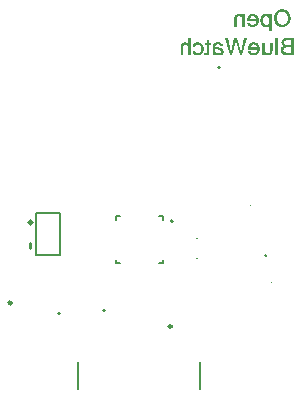
<source format=gbo>
G04*
G04 #@! TF.GenerationSoftware,Altium Limited,Altium Designer,24.9.1 (31)*
G04*
G04 Layer_Color=32896*
%FSLAX44Y44*%
%MOMM*%
G71*
G04*
G04 #@! TF.SameCoordinates,7AD2B3B8-D285-4593-8982-C88D0E3F9F4F*
G04*
G04*
G04 #@! TF.FilePolarity,Positive*
G04*
G01*
G75*
%ADD10C,0.2000*%
%ADD11C,0.1000*%
%ADD12C,0.1500*%
%ADD13C,0.2500*%
%ADD14C,0.2540*%
%ADD134C,0.1270*%
%ADD159C,0.1800*%
G36*
X197509Y313924D02*
X195252D01*
Y321438D01*
X195018Y321715D01*
X194763Y321927D01*
X194529Y322140D01*
X194295Y322310D01*
X194082Y322459D01*
X193869Y322587D01*
X193656Y322672D01*
X193465Y322757D01*
X193124Y322864D01*
X192996Y322906D01*
X192868Y322928D01*
X192783Y322949D01*
X192656D01*
X192336Y322928D01*
X192060Y322864D01*
X191826Y322800D01*
X191655Y322715D01*
X191506Y322608D01*
X191421Y322545D01*
X191357Y322481D01*
X191336Y322459D01*
X191208Y322247D01*
X191102Y321991D01*
X191038Y321715D01*
X190974Y321438D01*
X190953Y321204D01*
X190931Y320991D01*
Y320906D01*
Y320842D01*
Y320821D01*
Y320799D01*
Y313924D01*
X188675D01*
Y320863D01*
Y321225D01*
X188718Y321566D01*
X188761Y321885D01*
X188824Y322183D01*
X189016Y322715D01*
X189250Y323183D01*
X189527Y323566D01*
X189846Y323886D01*
X190187Y324162D01*
X190527Y324375D01*
X190868Y324524D01*
X191208Y324652D01*
X191528Y324737D01*
X191804Y324801D01*
X192038Y324843D01*
X192209Y324865D01*
X192379D01*
X192698Y324843D01*
X193018Y324801D01*
X193316Y324716D01*
X193592Y324631D01*
X194082Y324375D01*
X194486Y324098D01*
X194678Y323949D01*
X194827Y323822D01*
X194954Y323694D01*
X195061Y323566D01*
X195146Y323481D01*
X195210Y323396D01*
X195231Y323354D01*
X195252Y323332D01*
Y328568D01*
X197509D01*
Y313924D01*
D02*
G37*
G36*
X221093Y324822D02*
X221455Y324780D01*
X221774Y324716D01*
X222093Y324631D01*
X222391Y324546D01*
X222902Y324311D01*
X223349Y324035D01*
X223732Y323737D01*
X224051Y323417D01*
X224307Y323077D01*
X224498Y322736D01*
X224669Y322417D01*
X224775Y322119D01*
X224860Y321842D01*
X224924Y321629D01*
X224945Y321438D01*
X224967Y321331D01*
Y321289D01*
X222710D01*
X222668Y321587D01*
X222583Y321864D01*
X222476Y322098D01*
X222327Y322289D01*
X222136Y322459D01*
X221944Y322608D01*
X221731Y322715D01*
X221518Y322821D01*
X221114Y322949D01*
X220922Y322992D01*
X220752Y323013D01*
X220603D01*
X220497Y323034D01*
X220390D01*
X220007Y323013D01*
X219667Y322992D01*
X219411Y322949D01*
X219177Y322885D01*
X219028Y322821D01*
X218900Y322779D01*
X218836Y322757D01*
X218815Y322736D01*
X218645Y322630D01*
X218517Y322502D01*
X218432Y322374D01*
X218347Y322247D01*
X218304Y322140D01*
X218262Y322076D01*
X218241Y322012D01*
Y321991D01*
X218198Y321800D01*
X218177Y321587D01*
X218155Y321161D01*
X218134Y320970D01*
Y320821D01*
Y320714D01*
Y320672D01*
X219390D01*
X219943Y320629D01*
X220454Y320586D01*
X220944Y320501D01*
X221391Y320416D01*
X221795Y320331D01*
X222178Y320203D01*
X222540Y320076D01*
X222859Y319948D01*
X223179Y319799D01*
X223434Y319629D01*
X223689Y319458D01*
X223924Y319288D01*
X224115Y319118D01*
X224456Y318777D01*
X224732Y318415D01*
X224924Y318075D01*
X225073Y317756D01*
X225158Y317458D01*
X225222Y317223D01*
X225243Y317032D01*
X225265Y316904D01*
Y316883D01*
Y316861D01*
X225243Y316606D01*
X225222Y316351D01*
X225094Y315904D01*
X224924Y315499D01*
X224732Y315180D01*
X224541Y314925D01*
X224392Y314712D01*
X224264Y314605D01*
X224243Y314584D01*
X224222Y314563D01*
X223796Y314265D01*
X223349Y314052D01*
X222902Y313903D01*
X222476Y313796D01*
X222114Y313733D01*
X221944Y313711D01*
X221816D01*
X221689Y313690D01*
X221540D01*
X221114Y313711D01*
X220731Y313754D01*
X220369Y313818D01*
X220028Y313882D01*
X219730Y313988D01*
X219454Y314094D01*
X219198Y314201D01*
X218964Y314329D01*
X218773Y314456D01*
X218602Y314563D01*
X218453Y314669D01*
X218347Y314776D01*
X218241Y314839D01*
X218177Y314903D01*
X218155Y314946D01*
X218134Y314967D01*
Y313924D01*
X215878D01*
Y320799D01*
X215899Y321225D01*
X215920Y321629D01*
X215984Y321991D01*
X216069Y322310D01*
X216154Y322608D01*
X216261Y322864D01*
X216367Y323098D01*
X216474Y323311D01*
X216580Y323481D01*
X216687Y323630D01*
X216793Y323758D01*
X216878Y323843D01*
X216963Y323928D01*
X217027Y323971D01*
X217048Y324013D01*
X217070D01*
X217538Y324290D01*
X218070Y324503D01*
X218602Y324652D01*
X219134Y324758D01*
X219369Y324801D01*
X219581Y324822D01*
X219794Y324843D01*
X219965D01*
X220114Y324865D01*
X220709D01*
X221093Y324822D01*
D02*
G37*
G36*
X240973Y313924D02*
X238845D01*
X235567Y326291D01*
X232310Y313924D01*
X230182D01*
X226180Y328568D01*
X228564D01*
X231246Y316989D01*
X234268Y328568D01*
X236865D01*
X239909Y316989D01*
X242591Y328568D01*
X244953D01*
X240973Y313924D01*
D02*
G37*
G36*
X213089Y324631D02*
X214367D01*
Y322779D01*
X213089D01*
Y317138D01*
Y316734D01*
X213068Y316393D01*
X213047Y316095D01*
X213026Y315840D01*
X213004Y315627D01*
X212983Y315478D01*
X212962Y315393D01*
Y315350D01*
X212877Y315116D01*
X212791Y314882D01*
X212664Y314690D01*
X212536Y314541D01*
X212430Y314392D01*
X212323Y314307D01*
X212259Y314243D01*
X212238Y314222D01*
X211983Y314073D01*
X211706Y313967D01*
X211408Y313903D01*
X211110Y313860D01*
X210854Y313818D01*
X210642Y313796D01*
X210450D01*
X209897Y313818D01*
X209641Y313839D01*
X209407Y313860D01*
X209216Y313881D01*
X209045Y313903D01*
X208960Y313924D01*
X208918D01*
Y315712D01*
X209152Y315669D01*
X209386Y315648D01*
X209577Y315627D01*
X209726D01*
X209875Y315606D01*
X210046D01*
X210280Y315648D01*
X210471Y315712D01*
X210578Y315776D01*
X210620Y315819D01*
X210684Y315946D01*
X210748Y316117D01*
X210791Y316308D01*
X210812Y316521D01*
Y316734D01*
X210833Y316904D01*
Y317010D01*
Y317053D01*
Y322779D01*
X209152D01*
Y324631D01*
X210833D01*
Y327185D01*
X213089Y327185D01*
Y324631D01*
D02*
G37*
G36*
X266537Y317692D02*
X266515Y317330D01*
X266494Y316989D01*
X266451Y316670D01*
X266366Y316372D01*
X266196Y315840D01*
X265962Y315371D01*
X265685Y314988D01*
X265366Y314669D01*
X265025Y314392D01*
X264685Y314201D01*
X264344Y314031D01*
X264004Y313903D01*
X263684Y313818D01*
X263408Y313754D01*
X263174Y313711D01*
X262982Y313690D01*
X262833D01*
X262492Y313711D01*
X262194Y313754D01*
X261896Y313839D01*
X261620Y313924D01*
X261130Y314180D01*
X260726Y314456D01*
X260534Y314605D01*
X260385Y314733D01*
X260257Y314861D01*
X260151Y314988D01*
X260066Y315074D01*
X260002Y315159D01*
X259981Y315201D01*
X259959Y315222D01*
Y313924D01*
X257703D01*
Y324631D01*
X259959D01*
Y317117D01*
X260172Y316840D01*
X260406Y316606D01*
X260641Y316415D01*
X260853Y316223D01*
X261088Y316074D01*
X261300Y315968D01*
X261492Y315861D01*
X261705Y315776D01*
X262045Y315669D01*
X262194Y315627D01*
X262322Y315606D01*
X262407D01*
X262492Y315584D01*
X262556D01*
X262875Y315606D01*
X263152Y315669D01*
X263386Y315733D01*
X263578Y315840D01*
X263727Y315925D01*
X263812Y315989D01*
X263876Y316053D01*
X263897Y316074D01*
X264025Y316287D01*
X264110Y316542D01*
X264195Y316819D01*
X264238Y317117D01*
X264259Y317372D01*
X264280Y317585D01*
Y317670D01*
Y317734D01*
Y317756D01*
Y317777D01*
Y324631D01*
X266537D01*
Y317692D01*
D02*
G37*
G36*
X251190Y324843D02*
X251594Y324801D01*
X251956Y324716D01*
X252318Y324631D01*
X252637Y324524D01*
X252935Y324397D01*
X253212Y324248D01*
X253468Y324120D01*
X253680Y323971D01*
X253872Y323822D01*
X254042Y323694D01*
X254191Y323588D01*
X254298Y323503D01*
X254383Y323417D01*
X254425Y323375D01*
X254447Y323354D01*
X254681Y323055D01*
X254894Y322757D01*
X255085Y322417D01*
X255255Y322098D01*
X255383Y321736D01*
X255490Y321417D01*
X255660Y320757D01*
X255724Y320459D01*
X255766Y320161D01*
X255788Y319905D01*
X255809Y319692D01*
X255830Y319522D01*
Y319373D01*
Y319288D01*
Y319267D01*
X255809Y318798D01*
X255766Y318330D01*
X255702Y317926D01*
X255596Y317521D01*
X255490Y317160D01*
X255362Y316819D01*
X255234Y316500D01*
X255106Y316223D01*
X254979Y315989D01*
X254830Y315776D01*
X254723Y315584D01*
X254617Y315435D01*
X254510Y315308D01*
X254447Y315222D01*
X254404Y315180D01*
X254383Y315159D01*
X254106Y314903D01*
X253808Y314669D01*
X253489Y314478D01*
X253169Y314307D01*
X252850Y314158D01*
X252531Y314052D01*
X252233Y313945D01*
X251935Y313882D01*
X251658Y313818D01*
X251403Y313775D01*
X251169Y313733D01*
X250956Y313711D01*
X250807Y313690D01*
X250573D01*
X249913Y313733D01*
X249317Y313839D01*
X248785Y313967D01*
X248529Y314052D01*
X248316Y314137D01*
X248125Y314222D01*
X247955Y314307D01*
X247806Y314371D01*
X247678Y314435D01*
X247572Y314499D01*
X247508Y314541D01*
X247465Y314584D01*
X247444D01*
X247210Y314776D01*
X246997Y314967D01*
X246826Y315180D01*
X246656Y315414D01*
X246380Y315882D01*
X246188Y316329D01*
X246060Y316755D01*
X245996Y316925D01*
X245975Y317074D01*
X245933Y317223D01*
Y317309D01*
X245911Y317372D01*
Y317394D01*
X248231D01*
X248274Y317053D01*
X248359Y316755D01*
X248487Y316521D01*
X248614Y316308D01*
X248742Y316159D01*
X248870Y316053D01*
X248955Y315989D01*
X248976Y315968D01*
X249253Y315819D01*
X249530Y315712D01*
X249785Y315627D01*
X250040Y315584D01*
X250253Y315542D01*
X250424Y315520D01*
X250573D01*
X250998Y315563D01*
X251381Y315648D01*
X251722Y315776D01*
X252020Y315925D01*
X252254Y316074D01*
X252425Y316202D01*
X252531Y316287D01*
X252574Y316329D01*
X252850Y316670D01*
X253063Y317032D01*
X253212Y317415D01*
X253340Y317777D01*
X253404Y318117D01*
X253446Y318266D01*
X253468Y318394D01*
Y318479D01*
X253489Y318564D01*
Y318607D01*
Y318628D01*
X245720D01*
Y319267D01*
X245741Y319756D01*
X245784Y320203D01*
X245847Y320629D01*
X245933Y321033D01*
X246039Y321395D01*
X246167Y321736D01*
X246273Y322055D01*
X246401Y322332D01*
X246550Y322566D01*
X246656Y322800D01*
X246784Y322970D01*
X246890Y323119D01*
X246975Y323247D01*
X247039Y323332D01*
X247082Y323375D01*
X247103Y323396D01*
X247380Y323652D01*
X247657Y323886D01*
X247955Y324077D01*
X248253Y324248D01*
X248572Y324397D01*
X248870Y324503D01*
X249168Y324609D01*
X249466Y324673D01*
X249743Y324737D01*
X249977Y324780D01*
X250211Y324822D01*
X250402Y324843D01*
X250573Y324865D01*
X250786D01*
X251190Y324843D01*
D02*
G37*
G36*
X203724Y324843D02*
X204107Y324801D01*
X204490Y324737D01*
X204831Y324631D01*
X205150Y324524D01*
X205448Y324396D01*
X205725Y324269D01*
X205980Y324141D01*
X206214Y323992D01*
X206406Y323864D01*
X206576Y323737D01*
X206704Y323630D01*
X206810Y323524D01*
X206895Y323460D01*
X206938Y323417D01*
X206959Y323396D01*
X207193Y323098D01*
X207406Y322800D01*
X207598Y322481D01*
X207768Y322140D01*
X207896Y321778D01*
X208002Y321438D01*
X208173Y320778D01*
X208236Y320480D01*
X208279Y320182D01*
X208300Y319926D01*
X208322Y319714D01*
X208343Y319522D01*
Y319394D01*
Y319288D01*
Y319267D01*
X208322Y318777D01*
X208279Y318330D01*
X208215Y317904D01*
X208130Y317521D01*
X208024Y317138D01*
X207896Y316798D01*
X207789Y316500D01*
X207640Y316223D01*
X207513Y315968D01*
X207406Y315755D01*
X207279Y315584D01*
X207172Y315435D01*
X207087Y315308D01*
X207023Y315222D01*
X206981Y315180D01*
X206959Y315159D01*
X206683Y314903D01*
X206406Y314669D01*
X206108Y314478D01*
X205810Y314307D01*
X205491Y314158D01*
X205193Y314052D01*
X204895Y313945D01*
X204618Y313881D01*
X204341Y313818D01*
X204086Y313775D01*
X203873Y313732D01*
X203681Y313711D01*
X203511Y313690D01*
X203298D01*
X202660Y313732D01*
X202085Y313839D01*
X201595Y313967D01*
X201148Y314137D01*
X200978Y314222D01*
X200808Y314307D01*
X200659Y314371D01*
X200553Y314435D01*
X200467Y314499D01*
X200403Y314541D01*
X200361Y314584D01*
X200340D01*
X200127Y314754D01*
X199935Y314967D01*
X199616Y315393D01*
X199361Y315861D01*
X199169Y316329D01*
X199041Y316734D01*
X198999Y316925D01*
X198977Y317074D01*
X198935Y317202D01*
Y317309D01*
X198913Y317372D01*
Y317394D01*
X201234D01*
X201276Y317053D01*
X201340Y316755D01*
X201446Y316500D01*
X201574Y316287D01*
X201681Y316138D01*
X201787Y316031D01*
X201851Y315968D01*
X201872Y315946D01*
X202106Y315797D01*
X202340Y315691D01*
X202575Y315627D01*
X202809Y315584D01*
X203000Y315542D01*
X203149Y315520D01*
X203298D01*
X203511Y315542D01*
X203724Y315563D01*
X204107Y315669D01*
X204448Y315819D01*
X204724Y315989D01*
X204958Y316138D01*
X205107Y316287D01*
X205214Y316393D01*
X205257Y316436D01*
X205384Y316627D01*
X205512Y316819D01*
X205704Y317266D01*
X205831Y317734D01*
X205916Y318202D01*
X205980Y318628D01*
X206001Y318798D01*
Y318947D01*
X206023Y319096D01*
Y319182D01*
Y319245D01*
Y319267D01*
Y319607D01*
X205980Y319948D01*
X205959Y320246D01*
X205895Y320522D01*
X205853Y320778D01*
X205789Y321012D01*
X205725Y321225D01*
X205640Y321395D01*
X205576Y321566D01*
X205512Y321715D01*
X205448Y321821D01*
X205384Y321927D01*
X205342Y321991D01*
X205299Y322055D01*
X205278Y322098D01*
X205129Y322268D01*
X204980Y322417D01*
X204639Y322630D01*
X204320Y322800D01*
X204001Y322928D01*
X203724Y322992D01*
X203490Y323013D01*
X203405Y323034D01*
X203298D01*
X203000Y323013D01*
X202702Y322970D01*
X202468Y322885D01*
X202255Y322821D01*
X202085Y322736D01*
X201957Y322651D01*
X201872Y322608D01*
X201851Y322587D01*
X201659Y322396D01*
X201489Y322183D01*
X201383Y321949D01*
X201297Y321715D01*
X201255Y321480D01*
X201234Y321310D01*
X201212Y321182D01*
Y321161D01*
Y321140D01*
X198913D01*
X198956Y321480D01*
X199041Y321821D01*
X199126Y322119D01*
X199233Y322396D01*
X199339Y322651D01*
X199467Y322864D01*
X199573Y323077D01*
X199701Y323268D01*
X199829Y323417D01*
X199935Y323566D01*
X200042Y323694D01*
X200148Y323779D01*
X200233Y323864D01*
X200276Y323907D01*
X200318Y323949D01*
X200340D01*
X200574Y324120D01*
X200808Y324247D01*
X201297Y324482D01*
X201808Y324652D01*
X202255Y324758D01*
X202681Y324822D01*
X202851Y324843D01*
X203000D01*
X203128Y324865D01*
X203298D01*
X203724Y324843D01*
D02*
G37*
G36*
X284480Y313924D02*
X278925D01*
X278435Y313945D01*
X277988Y313967D01*
X277562Y314031D01*
X277158Y314094D01*
X276796Y314180D01*
X276455Y314265D01*
X276157Y314371D01*
X275881Y314478D01*
X275647Y314584D01*
X275434Y314690D01*
X275242Y314776D01*
X275093Y314861D01*
X274987Y314925D01*
X274902Y314988D01*
X274859Y315010D01*
X274838Y315031D01*
X274582Y315244D01*
X274370Y315499D01*
X274157Y315755D01*
X274008Y316010D01*
X273859Y316287D01*
X273752Y316542D01*
X273561Y317074D01*
X273518Y317309D01*
X273476Y317543D01*
X273433Y317734D01*
X273412Y317926D01*
X273390Y318075D01*
Y318181D01*
Y318245D01*
Y318266D01*
X273412Y318713D01*
X273497Y319139D01*
X273624Y319522D01*
X273752Y319863D01*
X273901Y320118D01*
X274008Y320331D01*
X274093Y320459D01*
X274135Y320501D01*
X274433Y320842D01*
X274753Y321119D01*
X275093Y321331D01*
X275413Y321502D01*
X275689Y321608D01*
X275923Y321693D01*
X276008Y321715D01*
X276072D01*
X276115Y321736D01*
X276136D01*
X275774Y321906D01*
X275455Y322098D01*
X275178Y322310D01*
X274944Y322545D01*
X274753Y322800D01*
X274582Y323034D01*
X274455Y323290D01*
X274348Y323545D01*
X274263Y323779D01*
X274199Y323992D01*
X274157Y324205D01*
X274114Y324375D01*
Y324524D01*
X274093Y324652D01*
Y324716D01*
Y324737D01*
X274114Y325056D01*
X274157Y325376D01*
X274221Y325652D01*
X274306Y325929D01*
X274540Y326418D01*
X274774Y326823D01*
X274923Y326972D01*
X275029Y327121D01*
X275157Y327249D01*
X275264Y327355D01*
X275349Y327440D01*
X275413Y327504D01*
X275455Y327525D01*
X275476Y327547D01*
X275732Y327717D01*
X276030Y327887D01*
X276626Y328143D01*
X277243Y328313D01*
X277839Y328441D01*
X278116Y328483D01*
X278371Y328526D01*
X278605Y328547D01*
X278797D01*
X278946Y328568D01*
X284480D01*
Y313924D01*
D02*
G37*
G36*
X271155D02*
X268899D01*
Y328568D01*
X271155D01*
Y313924D01*
D02*
G37*
G36*
X250395Y348888D02*
X250800Y348846D01*
X251162Y348761D01*
X251523Y348675D01*
X251843Y348569D01*
X252141Y348441D01*
X252417Y348292D01*
X252673Y348165D01*
X252886Y348016D01*
X253077Y347867D01*
X253248Y347739D01*
X253396Y347632D01*
X253503Y347547D01*
X253588Y347462D01*
X253631Y347420D01*
X253652Y347398D01*
X253886Y347100D01*
X254099Y346802D01*
X254291Y346462D01*
X254461Y346143D01*
X254589Y345781D01*
X254695Y345461D01*
X254865Y344802D01*
X254929Y344504D01*
X254972Y344206D01*
X254993Y343950D01*
X255014Y343737D01*
X255035Y343567D01*
Y343418D01*
Y343333D01*
Y343312D01*
X255014Y342843D01*
X254972Y342375D01*
X254908Y341971D01*
X254801Y341566D01*
X254695Y341204D01*
X254567Y340864D01*
X254440Y340545D01*
X254312Y340268D01*
X254184Y340034D01*
X254035Y339821D01*
X253929Y339629D01*
X253822Y339480D01*
X253716Y339353D01*
X253652Y339267D01*
X253609Y339225D01*
X253588Y339204D01*
X253311Y338948D01*
X253013Y338714D01*
X252694Y338522D01*
X252375Y338352D01*
X252056Y338203D01*
X251736Y338097D01*
X251438Y337990D01*
X251140Y337926D01*
X250864Y337863D01*
X250608Y337820D01*
X250374Y337777D01*
X250161Y337756D01*
X250012Y337735D01*
X249778D01*
X249118Y337777D01*
X248522Y337884D01*
X247990Y338012D01*
X247735Y338097D01*
X247522Y338182D01*
X247330Y338267D01*
X247160Y338352D01*
X247011Y338416D01*
X246883Y338480D01*
X246777Y338544D01*
X246713Y338586D01*
X246670Y338629D01*
X246649D01*
X246415Y338820D01*
X246202Y339012D01*
X246032Y339225D01*
X245862Y339459D01*
X245585Y339927D01*
X245393Y340374D01*
X245266Y340800D01*
X245202Y340970D01*
X245180Y341119D01*
X245138Y341268D01*
Y341353D01*
X245117Y341417D01*
Y341438D01*
X247437D01*
X247479Y341098D01*
X247564Y340800D01*
X247692Y340566D01*
X247820Y340353D01*
X247948Y340204D01*
X248075Y340098D01*
X248160Y340034D01*
X248182Y340012D01*
X248458Y339863D01*
X248735Y339757D01*
X248990Y339672D01*
X249246Y339629D01*
X249459Y339587D01*
X249629Y339565D01*
X249778D01*
X250204Y339608D01*
X250587Y339693D01*
X250928Y339821D01*
X251225Y339970D01*
X251460Y340119D01*
X251630Y340247D01*
X251736Y340332D01*
X251779Y340374D01*
X252056Y340715D01*
X252268Y341077D01*
X252417Y341460D01*
X252545Y341822D01*
X252609Y342162D01*
X252652Y342311D01*
X252673Y342439D01*
Y342524D01*
X252694Y342609D01*
Y342652D01*
Y342673D01*
X244925D01*
Y343312D01*
X244946Y343801D01*
X244989Y344248D01*
X245053Y344674D01*
X245138Y345078D01*
X245244Y345440D01*
X245372Y345781D01*
X245478Y346100D01*
X245606Y346377D01*
X245755Y346611D01*
X245862Y346845D01*
X245989Y347015D01*
X246096Y347164D01*
X246181Y347292D01*
X246245Y347377D01*
X246287Y347420D01*
X246309Y347441D01*
X246585Y347696D01*
X246862Y347930D01*
X247160Y348122D01*
X247458Y348292D01*
X247777Y348441D01*
X248075Y348548D01*
X248373Y348654D01*
X248671Y348718D01*
X248948Y348782D01*
X249182Y348825D01*
X249416Y348867D01*
X249608Y348888D01*
X249778Y348910D01*
X249991D01*
X250395Y348888D01*
D02*
G37*
G36*
X238242D02*
X238561Y348846D01*
X238859Y348761D01*
X239135Y348675D01*
X239625Y348420D01*
X240029Y348143D01*
X240221Y347994D01*
X240370Y347867D01*
X240498Y347739D01*
X240604Y347611D01*
X240689Y347526D01*
X240753Y347441D01*
X240774Y347398D01*
X240796Y347377D01*
Y348675D01*
X243052D01*
Y337969D01*
X240796D01*
Y345483D01*
X240562Y345759D01*
X240306Y345972D01*
X240072Y346185D01*
X239838Y346355D01*
X239625Y346504D01*
X239412Y346632D01*
X239199Y346717D01*
X239008Y346802D01*
X238667Y346909D01*
X238540Y346951D01*
X238412Y346973D01*
X238327Y346994D01*
X238199D01*
X237880Y346973D01*
X237603Y346909D01*
X237369Y346845D01*
X237199Y346760D01*
X237050Y346653D01*
X236964Y346590D01*
X236901Y346526D01*
X236879Y346504D01*
X236751Y346292D01*
X236645Y346036D01*
X236581Y345759D01*
X236517Y345483D01*
X236496Y345249D01*
X236475Y345036D01*
Y344951D01*
Y344887D01*
Y344865D01*
Y344844D01*
Y337969D01*
X234219D01*
Y344908D01*
Y345270D01*
X234261Y345610D01*
X234304Y345930D01*
X234368Y346228D01*
X234559Y346760D01*
X234793Y347228D01*
X235070Y347611D01*
X235389Y347930D01*
X235730Y348207D01*
X236070Y348420D01*
X236411Y348569D01*
X236751Y348697D01*
X237071Y348782D01*
X237348Y348846D01*
X237582Y348888D01*
X237752Y348910D01*
X237922D01*
X238242Y348888D01*
D02*
G37*
G36*
X275469Y352826D02*
X276001Y352762D01*
X276512Y352656D01*
X276980Y352528D01*
X277428Y352358D01*
X277853Y352188D01*
X278236Y351996D01*
X278577Y351804D01*
X278896Y351613D01*
X279173Y351421D01*
X279407Y351251D01*
X279599Y351081D01*
X279748Y350953D01*
X279875Y350847D01*
X279939Y350783D01*
X279960Y350761D01*
X280301Y350357D01*
X280620Y349931D01*
X280876Y349484D01*
X281110Y349037D01*
X281301Y348569D01*
X281450Y348122D01*
X281578Y347675D01*
X281685Y347249D01*
X281770Y346845D01*
X281834Y346483D01*
X281876Y346143D01*
X281919Y345866D01*
Y345610D01*
X281940Y345440D01*
Y345334D01*
Y345291D01*
X281919Y344674D01*
X281855Y344078D01*
X281748Y343525D01*
X281621Y342992D01*
X281472Y342503D01*
X281323Y342056D01*
X281131Y341651D01*
X280940Y341268D01*
X280769Y340928D01*
X280578Y340630D01*
X280429Y340396D01*
X280259Y340183D01*
X280152Y340012D01*
X280046Y339906D01*
X279982Y339821D01*
X279960Y339800D01*
X279577Y339438D01*
X279173Y339118D01*
X278747Y338842D01*
X278343Y338608D01*
X277917Y338416D01*
X277491Y338246D01*
X277087Y338097D01*
X276683Y337990D01*
X276321Y337905D01*
X275980Y337841D01*
X275661Y337799D01*
X275405Y337777D01*
X275193Y337756D01*
X275022Y337735D01*
X274895D01*
X274320Y337756D01*
X273788Y337820D01*
X273277Y337926D01*
X272809Y338054D01*
X272362Y338224D01*
X271936Y338395D01*
X271553Y338565D01*
X271212Y338778D01*
X270914Y338969D01*
X270638Y339140D01*
X270403Y339331D01*
X270212Y339480D01*
X270042Y339608D01*
X269935Y339714D01*
X269871Y339778D01*
X269850Y339800D01*
X269509Y340204D01*
X269190Y340630D01*
X268935Y341077D01*
X268701Y341545D01*
X268509Y341992D01*
X268360Y342460D01*
X268232Y342907D01*
X268126Y343333D01*
X268041Y343737D01*
X267977Y344099D01*
X267934Y344440D01*
X267892Y344738D01*
Y344972D01*
X267871Y345142D01*
Y345249D01*
Y345291D01*
X267892Y345908D01*
X267956Y346504D01*
X268062Y347058D01*
X268169Y347569D01*
X268339Y348058D01*
X268488Y348505D01*
X268679Y348931D01*
X268850Y349293D01*
X269041Y349633D01*
X269233Y349931D01*
X269382Y350165D01*
X269531Y350378D01*
X269658Y350549D01*
X269765Y350676D01*
X269829Y350740D01*
X269850Y350761D01*
X270233Y351123D01*
X270638Y351443D01*
X271042Y351719D01*
X271468Y351975D01*
X271893Y352166D01*
X272298Y352337D01*
X272724Y352486D01*
X273107Y352592D01*
X273468Y352677D01*
X273809Y352741D01*
X274128Y352784D01*
X274384Y352826D01*
X274597D01*
X274767Y352847D01*
X274895D01*
X275469Y352826D01*
D02*
G37*
G36*
X261038Y348888D02*
X261336Y348846D01*
X261634Y348782D01*
X261889Y348675D01*
X262145Y348569D01*
X262379Y348463D01*
X262570Y348314D01*
X262762Y348186D01*
X262911Y348058D01*
X263060Y347930D01*
X263167Y347803D01*
X263273Y347696D01*
X263337Y347590D01*
X263401Y347526D01*
X263422Y347483D01*
X263443Y347462D01*
Y348675D01*
X265699D01*
Y334010D01*
X263443D01*
Y338757D01*
X263273Y338586D01*
X263081Y338416D01*
X262677Y338161D01*
X262230Y337990D01*
X261804Y337863D01*
X261421Y337799D01*
X261251Y337756D01*
X261123D01*
X260995Y337735D01*
X260825D01*
X260463Y337756D01*
X260123Y337799D01*
X259782Y337884D01*
X259484Y337969D01*
X259186Y338097D01*
X258909Y338224D01*
X258675Y338352D01*
X258441Y338501D01*
X258250Y338650D01*
X258058Y338778D01*
X257909Y338906D01*
X257781Y339033D01*
X257675Y339118D01*
X257611Y339204D01*
X257568Y339246D01*
X257547Y339267D01*
X257313Y339565D01*
X257122Y339885D01*
X256951Y340225D01*
X256802Y340566D01*
X256674Y340906D01*
X256568Y341247D01*
X256419Y341928D01*
X256355Y342226D01*
X256313Y342503D01*
X256291Y342758D01*
X256270Y342992D01*
X256249Y343163D01*
Y343312D01*
Y343397D01*
Y343418D01*
X256270Y343865D01*
X256291Y344312D01*
X256355Y344716D01*
X256440Y345100D01*
X256525Y345440D01*
X256611Y345781D01*
X256717Y346079D01*
X256824Y346334D01*
X256951Y346590D01*
X257058Y346802D01*
X257143Y346973D01*
X257228Y347122D01*
X257313Y347249D01*
X257377Y347335D01*
X257398Y347377D01*
X257419Y347398D01*
X257654Y347675D01*
X257888Y347888D01*
X258143Y348101D01*
X258420Y348271D01*
X258697Y348420D01*
X258952Y348548D01*
X259229Y348633D01*
X259484Y348718D01*
X259739Y348782D01*
X259952Y348825D01*
X260165Y348867D01*
X260336Y348888D01*
X260485Y348910D01*
X260697D01*
X261038Y348888D01*
D02*
G37*
%LPC*%
G36*
X219347Y318905D02*
X218134D01*
Y316883D01*
X218304Y316670D01*
X218496Y316478D01*
X218709Y316308D01*
X218900Y316180D01*
X219092Y316053D01*
X219241Y315968D01*
X219326Y315925D01*
X219369Y315904D01*
X219667Y315776D01*
X219965Y315691D01*
X220241Y315606D01*
X220475Y315563D01*
X220688Y315542D01*
X220858Y315520D01*
X221007D01*
X221327Y315542D01*
X221625Y315584D01*
X221859Y315627D01*
X222072Y315712D01*
X222221Y315776D01*
X222348Y315819D01*
X222412Y315861D01*
X222434Y315882D01*
X222604Y316031D01*
X222732Y316202D01*
X222817Y316372D01*
X222881Y316542D01*
X222923Y316712D01*
X222945Y316840D01*
Y316925D01*
Y316947D01*
X222923Y317117D01*
X222902Y317287D01*
X222774Y317585D01*
X222604Y317862D01*
X222348Y318075D01*
X222072Y318266D01*
X221752Y318437D01*
X221412Y318564D01*
X221050Y318671D01*
X220709Y318735D01*
X220369Y318798D01*
X220050Y318841D01*
X219773Y318884D01*
X219518D01*
X219347Y318905D01*
D02*
G37*
G36*
X250956Y323034D02*
X250786D01*
X250402Y323013D01*
X250062Y322928D01*
X249764Y322821D01*
X249508Y322694D01*
X249296Y322545D01*
X249147Y322438D01*
X249061Y322353D01*
X249019Y322332D01*
X248763Y322055D01*
X248572Y321757D01*
X248402Y321438D01*
X248274Y321140D01*
X248189Y320863D01*
X248125Y320650D01*
X248104Y320565D01*
X248082Y320522D01*
Y320480D01*
Y320459D01*
X253446D01*
X253361Y320884D01*
X253212Y321268D01*
X253063Y321587D01*
X252914Y321864D01*
X252765Y322076D01*
X252637Y322225D01*
X252552Y322332D01*
X252531Y322353D01*
X252233Y322587D01*
X251935Y322757D01*
X251658Y322864D01*
X251381Y322949D01*
X251147Y322992D01*
X250956Y323034D01*
D02*
G37*
G36*
X282160Y326461D02*
X279074D01*
X278776Y326440D01*
X278520Y326418D01*
X278286Y326376D01*
X278073Y326355D01*
X277882Y326312D01*
X277562Y326227D01*
X277328Y326121D01*
X277158Y326057D01*
X277052Y325993D01*
X277030Y325972D01*
X276817Y325780D01*
X276647Y325546D01*
X276541Y325312D01*
X276455Y325099D01*
X276413Y324886D01*
X276370Y324716D01*
Y324609D01*
Y324588D01*
Y324567D01*
X276392Y324205D01*
X276477Y323886D01*
X276583Y323609D01*
X276711Y323396D01*
X276839Y323247D01*
X276945Y323119D01*
X277030Y323055D01*
X277052Y323034D01*
X277328Y322885D01*
X277669Y322779D01*
X278031Y322694D01*
X278371Y322651D01*
X278690Y322608D01*
X278839D01*
X278967Y322587D01*
X282160D01*
Y326461D01*
D02*
G37*
G36*
Y320501D02*
X278818D01*
X278499Y320480D01*
X278201Y320459D01*
X277924Y320416D01*
X277690Y320374D01*
X277456Y320331D01*
X277264Y320288D01*
X277094Y320246D01*
X276945Y320182D01*
X276817Y320139D01*
X276711Y320097D01*
X276647Y320054D01*
X276541Y319990D01*
X276498Y319969D01*
X276264Y319735D01*
X276072Y319480D01*
X275945Y319203D01*
X275860Y318926D01*
X275817Y318671D01*
X275774Y318458D01*
Y318373D01*
Y318309D01*
Y318288D01*
Y318266D01*
X275817Y317862D01*
X275902Y317521D01*
X276072Y317223D01*
X276264Y316968D01*
X276519Y316734D01*
X276775Y316563D01*
X277073Y316415D01*
X277349Y316287D01*
X277647Y316202D01*
X277945Y316138D01*
X278201Y316074D01*
X278456Y316053D01*
X278648Y316031D01*
X278818Y316010D01*
X282160D01*
Y320501D01*
D02*
G37*
G36*
X250161Y347079D02*
X249991D01*
X249608Y347058D01*
X249267Y346973D01*
X248969Y346866D01*
X248714Y346739D01*
X248501Y346590D01*
X248352Y346483D01*
X248267Y346398D01*
X248224Y346377D01*
X247969Y346100D01*
X247777Y345802D01*
X247607Y345483D01*
X247479Y345185D01*
X247394Y344908D01*
X247330Y344695D01*
X247309Y344610D01*
X247288Y344567D01*
Y344525D01*
Y344504D01*
X252652D01*
X252566Y344929D01*
X252417Y345312D01*
X252268Y345632D01*
X252119Y345908D01*
X251970Y346121D01*
X251843Y346270D01*
X251758Y346377D01*
X251736Y346398D01*
X251438Y346632D01*
X251140Y346802D01*
X250864Y346909D01*
X250587Y346994D01*
X250353Y347037D01*
X250161Y347079D01*
D02*
G37*
G36*
X275065Y350825D02*
X274873D01*
X274512Y350804D01*
X274150Y350761D01*
X273809Y350698D01*
X273511Y350591D01*
X273213Y350485D01*
X272936Y350378D01*
X272681Y350229D01*
X272447Y350102D01*
X272255Y349974D01*
X272064Y349846D01*
X271915Y349719D01*
X271787Y349612D01*
X271681Y349506D01*
X271617Y349442D01*
X271574Y349399D01*
X271553Y349378D01*
X271319Y349101D01*
X271127Y348782D01*
X270957Y348463D01*
X270808Y348122D01*
X270680Y347781D01*
X270574Y347441D01*
X270425Y346802D01*
X270361Y346483D01*
X270318Y346206D01*
X270297Y345951D01*
X270276Y345717D01*
X270254Y345547D01*
Y345398D01*
Y345312D01*
Y345291D01*
X270276Y344802D01*
X270318Y344355D01*
X270382Y343929D01*
X270467Y343525D01*
X270552Y343163D01*
X270680Y342822D01*
X270787Y342524D01*
X270914Y342247D01*
X271042Y341992D01*
X271148Y341779D01*
X271276Y341609D01*
X271361Y341460D01*
X271446Y341332D01*
X271510Y341247D01*
X271553Y341204D01*
X271574Y341183D01*
X271829Y340928D01*
X272085Y340715D01*
X272362Y340523D01*
X272638Y340353D01*
X272915Y340204D01*
X273192Y340098D01*
X273724Y339927D01*
X273979Y339863D01*
X274192Y339821D01*
X274405Y339778D01*
X274575Y339757D01*
X274724Y339736D01*
X274916D01*
X275278Y339757D01*
X275640Y339800D01*
X275980Y339863D01*
X276299Y339970D01*
X276576Y340076D01*
X276853Y340204D01*
X277108Y340332D01*
X277342Y340459D01*
X277555Y340587D01*
X277726Y340736D01*
X277896Y340843D01*
X278023Y340949D01*
X278130Y341055D01*
X278194Y341119D01*
X278236Y341162D01*
X278258Y341183D01*
X278492Y341481D01*
X278683Y341779D01*
X278854Y342098D01*
X279003Y342439D01*
X279130Y342780D01*
X279237Y343120D01*
X279386Y343780D01*
X279450Y344099D01*
X279492Y344376D01*
X279513Y344631D01*
X279535Y344865D01*
X279556Y345036D01*
Y345185D01*
Y345270D01*
Y345291D01*
X279535Y345781D01*
X279492Y346228D01*
X279428Y346653D01*
X279343Y347037D01*
X279258Y347420D01*
X279130Y347739D01*
X279024Y348058D01*
X278896Y348335D01*
X278769Y348569D01*
X278662Y348782D01*
X278534Y348952D01*
X278449Y349101D01*
X278364Y349229D01*
X278300Y349314D01*
X278258Y349357D01*
X278236Y349378D01*
X277981Y349633D01*
X277704Y349846D01*
X277428Y350059D01*
X277151Y350208D01*
X276874Y350357D01*
X276597Y350463D01*
X276065Y350655D01*
X275810Y350698D01*
X275597Y350740D01*
X275384Y350783D01*
X275214Y350804D01*
X275065Y350825D01*
D02*
G37*
G36*
X261017Y347079D02*
X260676D01*
X260485Y347037D01*
X260165Y346930D01*
X259867Y346781D01*
X259633Y346632D01*
X259442Y346462D01*
X259293Y346313D01*
X259207Y346206D01*
X259186Y346185D01*
Y346164D01*
X259080Y345972D01*
X258973Y345781D01*
X258824Y345355D01*
X258718Y344887D01*
X258654Y344440D01*
X258590Y344057D01*
Y343865D01*
X258569Y343716D01*
Y343588D01*
Y343503D01*
Y343439D01*
Y343418D01*
Y343056D01*
X258590Y342737D01*
X258633Y342418D01*
X258675Y342141D01*
X258718Y341864D01*
X258782Y341630D01*
X258846Y341417D01*
X258888Y341226D01*
X258952Y341055D01*
X259016Y340906D01*
X259080Y340779D01*
X259122Y340694D01*
X259165Y340608D01*
X259207Y340545D01*
X259229Y340523D01*
Y340502D01*
X259356Y340332D01*
X259484Y340204D01*
X259782Y339970D01*
X260059Y339800D01*
X260336Y339693D01*
X260591Y339608D01*
X260783Y339587D01*
X260910Y339565D01*
X260953D01*
X261208Y339587D01*
X261464Y339608D01*
X261953Y339736D01*
X262358Y339927D01*
X262741Y340140D01*
X263039Y340332D01*
X263252Y340523D01*
X263337Y340587D01*
X263401Y340651D01*
X263422Y340672D01*
X263443Y340694D01*
Y345440D01*
X263230Y345738D01*
X262996Y345972D01*
X262783Y346206D01*
X262549Y346398D01*
X262336Y346547D01*
X262124Y346675D01*
X261911Y346781D01*
X261719Y346866D01*
X261378Y346994D01*
X261229Y347037D01*
X261102Y347058D01*
X261017Y347079D01*
D02*
G37*
%LPD*%
D10*
X182417Y173359D02*
G03*
X182417Y173359I-1000J0D01*
G01*
X124617Y97790D02*
G03*
X124617Y97790I-950J0D01*
G01*
X86607Y144650D02*
Y180210D01*
X66287D02*
X86607D01*
X66287Y144650D02*
Y180210D01*
Y144650D02*
X86607D01*
X202237Y141809D02*
X202737D01*
X202237Y159309D02*
X202737D01*
X205370Y31040D02*
Y54040D01*
X101970Y31040D02*
Y54040D01*
D11*
X248140Y186810D02*
G03*
X248140Y187810I0J500D01*
G01*
D02*
G03*
X248140Y186810I0J-500D01*
G01*
X265519Y120910D02*
G03*
X265519Y121910I0J500D01*
G01*
D02*
G03*
X265519Y120910I0J-500D01*
G01*
D12*
X261711Y143930D02*
G03*
X261711Y143930I-750J0D01*
G01*
X222050Y303352D02*
G03*
X222050Y303352I-750J0D01*
G01*
D13*
X45640Y104230D02*
G03*
X45640Y104230I-1250J0D01*
G01*
X181170Y84290D02*
G03*
X181170Y84290I-1250J0D01*
G01*
D14*
X61207Y151000D02*
Y154810D01*
X59302Y172590D02*
X63112D01*
X61207Y170685D02*
Y174495D01*
D134*
X170817Y177659D02*
X173917D01*
Y174559D02*
Y177659D01*
Y137659D02*
Y140759D01*
X170817Y137659D02*
X173917D01*
X133917D02*
X137017D01*
X133917D02*
Y140759D01*
Y174559D02*
Y177659D01*
X137017D01*
D159*
X86671Y95279D02*
G03*
X86671Y95279I-800J0D01*
G01*
M02*

</source>
